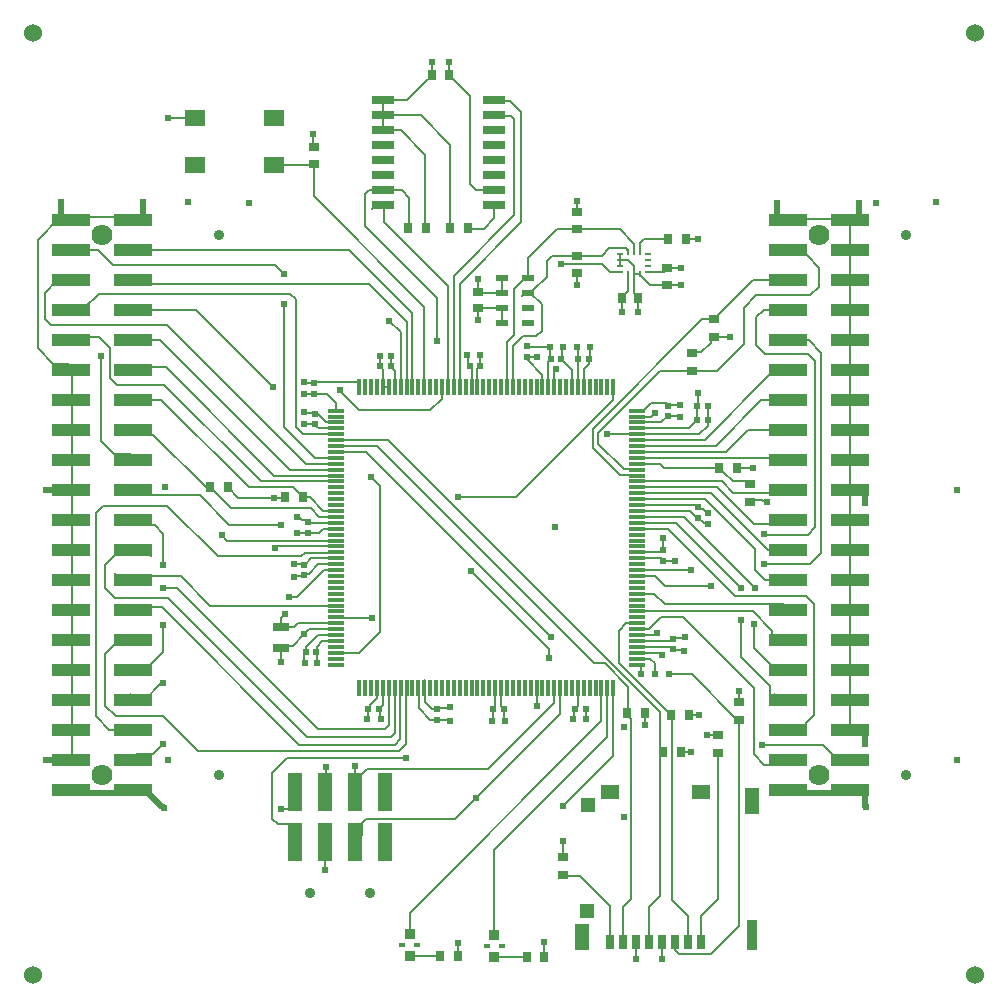
<source format=gtl>
G04*
G04 #@! TF.GenerationSoftware,Altium Limited,Altium Designer,23.11.1 (41)*
G04*
G04 Layer_Physical_Order=1*
G04 Layer_Color=255*
%FSLAX25Y25*%
%MOIN*%
G70*
G04*
G04 #@! TF.SameCoordinates,7B13C31F-70D5-41CF-BA4D-497FEED21CC8*
G04*
G04*
G04 #@! TF.FilePolarity,Positive*
G04*
G01*
G75*
%ADD17R,0.07598X0.02756*%
%ADD18R,0.12500X0.04488*%
G04:AMPARAMS|DCode=19|XSize=21.65mil|YSize=19.68mil|CornerRadius=2.46mil|HoleSize=0mil|Usage=FLASHONLY|Rotation=270.000|XOffset=0mil|YOffset=0mil|HoleType=Round|Shape=RoundedRectangle|*
%AMROUNDEDRECTD19*
21,1,0.02165,0.01476,0,0,270.0*
21,1,0.01673,0.01968,0,0,270.0*
1,1,0.00492,-0.00738,-0.00837*
1,1,0.00492,-0.00738,0.00837*
1,1,0.00492,0.00738,0.00837*
1,1,0.00492,0.00738,-0.00837*
%
%ADD19ROUNDEDRECTD19*%
G04:AMPARAMS|DCode=20|XSize=21.65mil|YSize=19.68mil|CornerRadius=2.46mil|HoleSize=0mil|Usage=FLASHONLY|Rotation=180.000|XOffset=0mil|YOffset=0mil|HoleType=Round|Shape=RoundedRectangle|*
%AMROUNDEDRECTD20*
21,1,0.02165,0.01476,0,0,180.0*
21,1,0.01673,0.01968,0,0,180.0*
1,1,0.00492,-0.00837,0.00738*
1,1,0.00492,0.00837,0.00738*
1,1,0.00492,0.00837,-0.00738*
1,1,0.00492,-0.00837,-0.00738*
%
%ADD20ROUNDEDRECTD20*%
%ADD21R,0.01181X0.05709*%
%ADD22R,0.05709X0.01181*%
%ADD23R,0.02756X0.03543*%
%ADD24R,0.04331X0.02362*%
%ADD25R,0.03543X0.03150*%
%ADD26R,0.03150X0.03543*%
G04:AMPARAMS|DCode=27|XSize=51.18mil|YSize=29.92mil|CornerRadius=3.74mil|HoleSize=0mil|Usage=FLASHONLY|Rotation=180.000|XOffset=0mil|YOffset=0mil|HoleType=Round|Shape=RoundedRectangle|*
%AMROUNDEDRECTD27*
21,1,0.05118,0.02244,0,0,180.0*
21,1,0.04370,0.02992,0,0,180.0*
1,1,0.00748,-0.02185,0.01122*
1,1,0.00748,0.02185,0.01122*
1,1,0.00748,0.02185,-0.01122*
1,1,0.00748,-0.02185,-0.01122*
%
%ADD27ROUNDEDRECTD27*%
%ADD28R,0.05000X0.12520*%
%ADD29R,0.03543X0.02756*%
%ADD30R,0.03150X0.04882*%
%ADD31R,0.00984X0.01870*%
%ADD32R,0.01870X0.00984*%
%ADD33R,0.06693X0.05512*%
%ADD34R,0.03740X0.09843*%
%ADD35R,0.04528X0.08661*%
%ADD36R,0.04567X0.04921*%
%ADD37R,0.04567X0.04724*%
%ADD38R,0.05906X0.04528*%
%ADD39R,0.02559X0.03543*%
%ADD40R,0.02205X0.01575*%
%ADD41R,0.03740X0.03543*%
%ADD71C,0.00600*%
%ADD72C,0.02000*%
%ADD73C,0.07008*%
%ADD74C,0.03504*%
%ADD75C,0.06000*%
%ADD76C,0.02400*%
D17*
X173743Y311500D02*
D03*
Y306500D02*
D03*
Y301500D02*
D03*
Y296500D02*
D03*
Y291500D02*
D03*
Y286500D02*
D03*
Y281500D02*
D03*
Y276500D02*
D03*
X136657D02*
D03*
Y281500D02*
D03*
Y286500D02*
D03*
Y291500D02*
D03*
Y296500D02*
D03*
Y301500D02*
D03*
Y306500D02*
D03*
Y311500D02*
D03*
D18*
X53218Y81800D02*
D03*
X32725D02*
D03*
X53218Y241800D02*
D03*
X32725Y271800D02*
D03*
X53218D02*
D03*
X32725Y261800D02*
D03*
X53218D02*
D03*
X32725Y251800D02*
D03*
X53218D02*
D03*
X32725Y241800D02*
D03*
Y231800D02*
D03*
X53218D02*
D03*
X32725Y221800D02*
D03*
X53218D02*
D03*
X32725Y211800D02*
D03*
X53218D02*
D03*
X32725Y201800D02*
D03*
X53218D02*
D03*
X32725Y191800D02*
D03*
X53218D02*
D03*
X32725Y181800D02*
D03*
X53218D02*
D03*
X32725Y171800D02*
D03*
X53218D02*
D03*
X32725Y161800D02*
D03*
X53218D02*
D03*
X32725Y151800D02*
D03*
X53218D02*
D03*
X32725Y141800D02*
D03*
X53218D02*
D03*
X32725Y131800D02*
D03*
X53218D02*
D03*
X32725Y121800D02*
D03*
X53218D02*
D03*
X32725Y111800D02*
D03*
X53218D02*
D03*
X32725Y101800D02*
D03*
X53218D02*
D03*
X32725Y91800D02*
D03*
X53218D02*
D03*
X292171Y81800D02*
D03*
X271678D02*
D03*
X292171Y91800D02*
D03*
X271678D02*
D03*
X292171Y101800D02*
D03*
X271678D02*
D03*
X292171Y111800D02*
D03*
X271678D02*
D03*
X292171Y121800D02*
D03*
X271678D02*
D03*
X292171Y131800D02*
D03*
X271678D02*
D03*
X292171Y141800D02*
D03*
X271678D02*
D03*
X292171Y151800D02*
D03*
X271678D02*
D03*
X292171Y161800D02*
D03*
X271678D02*
D03*
X292171Y171800D02*
D03*
X271678D02*
D03*
X292171Y181800D02*
D03*
X271678D02*
D03*
X292171Y191800D02*
D03*
X271678D02*
D03*
X292171Y201800D02*
D03*
X271678D02*
D03*
X292171Y211800D02*
D03*
X271678D02*
D03*
X292171Y221800D02*
D03*
X271678D02*
D03*
X292171Y231800D02*
D03*
X271678D02*
D03*
X292171Y241800D02*
D03*
X271678D02*
D03*
X292171Y251800D02*
D03*
Y261800D02*
D03*
X271678D02*
D03*
X292171Y271800D02*
D03*
X271678D02*
D03*
Y251800D02*
D03*
D19*
X110928Y127700D02*
D03*
X114472D02*
D03*
X204192Y108756D02*
D03*
X200648D02*
D03*
X135361Y108600D02*
D03*
X131818D02*
D03*
X173428Y108672D02*
D03*
X176972D02*
D03*
X135728Y222900D02*
D03*
X165573Y223111D02*
D03*
X196041Y225415D02*
D03*
X201809Y225295D02*
D03*
X244966Y209812D02*
D03*
Y205071D02*
D03*
X139272Y222900D02*
D03*
X169116Y223111D02*
D03*
X205352Y225295D02*
D03*
X192498Y225415D02*
D03*
X241423Y209812D02*
D03*
Y205071D02*
D03*
D20*
X154700Y108672D02*
D03*
Y105128D02*
D03*
X230100Y158128D02*
D03*
Y161672D02*
D03*
X110451Y153202D02*
D03*
X111600Y167428D02*
D03*
X113900Y203528D02*
D03*
X113828Y217280D02*
D03*
X233436Y128611D02*
D03*
X241600Y175972D02*
D03*
X184700Y226028D02*
D03*
X231614Y209826D02*
D03*
X113828Y213737D02*
D03*
X113900Y207072D02*
D03*
X111600Y170972D02*
D03*
X110451Y156745D02*
D03*
X184700Y229572D02*
D03*
X231614Y206283D02*
D03*
X233436Y132154D02*
D03*
X241600Y172428D02*
D03*
D21*
X132714Y215898D02*
D03*
X207517Y115702D02*
D03*
X213423Y215898D02*
D03*
X211454D02*
D03*
X209486D02*
D03*
X207517D02*
D03*
X205549D02*
D03*
X203580D02*
D03*
X197675D02*
D03*
X195706D02*
D03*
X193738D02*
D03*
X191769D02*
D03*
X187832D02*
D03*
X185864D02*
D03*
X183895D02*
D03*
X181927D02*
D03*
X179958D02*
D03*
X177990D02*
D03*
X176021D02*
D03*
X174053D02*
D03*
X172084D02*
D03*
X170116D02*
D03*
X168147D02*
D03*
X164210D02*
D03*
X162242D02*
D03*
X160273D02*
D03*
X158305D02*
D03*
X156336D02*
D03*
X154368D02*
D03*
X152399D02*
D03*
X150431D02*
D03*
X148462D02*
D03*
X146494D02*
D03*
X144525D02*
D03*
X142557D02*
D03*
X140588D02*
D03*
X134683D02*
D03*
X130746D02*
D03*
X128777Y115702D02*
D03*
X130746D02*
D03*
X132714D02*
D03*
X136651D02*
D03*
X138620D02*
D03*
X140588D02*
D03*
X142557D02*
D03*
X144525D02*
D03*
X146494D02*
D03*
X150431D02*
D03*
X152399D02*
D03*
X154368D02*
D03*
X156336D02*
D03*
X158305D02*
D03*
X160273D02*
D03*
X162242D02*
D03*
X164210D02*
D03*
X166179D02*
D03*
X168147D02*
D03*
X170116D02*
D03*
X172084D02*
D03*
X174053D02*
D03*
X177990D02*
D03*
X179958D02*
D03*
X181927D02*
D03*
X183895D02*
D03*
X185864D02*
D03*
X187832D02*
D03*
X189801D02*
D03*
X191769D02*
D03*
X193738D02*
D03*
X195706D02*
D03*
X197675D02*
D03*
X199643D02*
D03*
X203580D02*
D03*
X205549D02*
D03*
X209486D02*
D03*
X211454D02*
D03*
X213423D02*
D03*
X176021D02*
D03*
X134683D02*
D03*
X148462D02*
D03*
X128777Y215898D02*
D03*
X136651D02*
D03*
X138620D02*
D03*
X166179D02*
D03*
X201612Y115702D02*
D03*
X189801Y215898D02*
D03*
X199643D02*
D03*
X201612D02*
D03*
D22*
X221198Y186469D02*
D03*
X121002Y208123D02*
D03*
Y206154D02*
D03*
Y204186D02*
D03*
Y200249D02*
D03*
Y198280D02*
D03*
Y196312D02*
D03*
Y194343D02*
D03*
Y192375D02*
D03*
Y190406D02*
D03*
Y188438D02*
D03*
Y186469D02*
D03*
Y184501D02*
D03*
Y182532D02*
D03*
Y180564D02*
D03*
Y178595D02*
D03*
Y176627D02*
D03*
Y174658D02*
D03*
Y172690D02*
D03*
Y170721D02*
D03*
Y166784D02*
D03*
Y164816D02*
D03*
Y162847D02*
D03*
Y160879D02*
D03*
Y158910D02*
D03*
Y154973D02*
D03*
Y153005D02*
D03*
Y151036D02*
D03*
Y149068D02*
D03*
Y147099D02*
D03*
Y145131D02*
D03*
Y143162D02*
D03*
Y141194D02*
D03*
Y137257D02*
D03*
Y133320D02*
D03*
Y129383D02*
D03*
Y125446D02*
D03*
Y123477D02*
D03*
X221198Y125446D02*
D03*
Y133320D02*
D03*
Y135288D02*
D03*
Y137257D02*
D03*
Y139225D02*
D03*
Y141194D02*
D03*
Y143162D02*
D03*
Y145131D02*
D03*
Y147099D02*
D03*
Y149068D02*
D03*
Y151036D02*
D03*
Y153005D02*
D03*
Y154973D02*
D03*
Y156942D02*
D03*
Y158910D02*
D03*
Y162847D02*
D03*
Y164816D02*
D03*
Y166784D02*
D03*
Y168753D02*
D03*
Y170721D02*
D03*
Y172690D02*
D03*
Y174658D02*
D03*
Y178595D02*
D03*
Y180564D02*
D03*
Y182532D02*
D03*
Y184501D02*
D03*
Y188438D02*
D03*
Y190406D02*
D03*
Y192375D02*
D03*
Y194343D02*
D03*
Y196312D02*
D03*
Y198280D02*
D03*
Y202217D02*
D03*
Y204186D02*
D03*
Y131351D02*
D03*
X121002Y127414D02*
D03*
X221198Y200249D02*
D03*
Y123477D02*
D03*
X121002Y139225D02*
D03*
Y131351D02*
D03*
Y156942D02*
D03*
Y135288D02*
D03*
Y202217D02*
D03*
Y168753D02*
D03*
X221198Y129383D02*
D03*
Y176627D02*
D03*
Y208123D02*
D03*
Y206154D02*
D03*
Y160879D02*
D03*
Y127414D02*
D03*
D23*
X218046Y107192D02*
D03*
X223951D02*
D03*
X165053Y268900D02*
D03*
X159147D02*
D03*
X145047Y268900D02*
D03*
X150953D02*
D03*
X104047Y179200D02*
D03*
X84912Y182499D02*
D03*
X235853Y94206D02*
D03*
X238553Y106659D02*
D03*
X237553Y265400D02*
D03*
X109953Y179200D02*
D03*
X248647Y189100D02*
D03*
X254553D02*
D03*
X231647Y265400D02*
D03*
X229947Y94206D02*
D03*
X232647Y106659D02*
D03*
X79006Y182499D02*
D03*
D24*
X184961Y252221D02*
D03*
Y247300D02*
D03*
Y242379D02*
D03*
Y237457D02*
D03*
X176300D02*
D03*
Y242379D02*
D03*
Y247300D02*
D03*
Y252221D02*
D03*
D25*
X168200Y242244D02*
D03*
Y247756D02*
D03*
X231492Y255537D02*
D03*
X113500Y290444D02*
D03*
Y295956D02*
D03*
X231492Y250025D02*
D03*
D26*
X158556Y320000D02*
D03*
X153044D02*
D03*
X216300Y245800D02*
D03*
X221812D02*
D03*
D27*
X102500Y128957D02*
D03*
Y136004D02*
D03*
D28*
X117400Y80896D02*
D03*
X107400Y64400D02*
D03*
Y80896D02*
D03*
X117400Y64400D02*
D03*
X127400D02*
D03*
Y80896D02*
D03*
X137400Y64400D02*
D03*
Y80896D02*
D03*
D29*
X196500Y59306D02*
D03*
X248400Y100012D02*
D03*
X255200Y111053D02*
D03*
X201326Y253906D02*
D03*
X239600Y227353D02*
D03*
X247000Y232647D02*
D03*
X201421Y274453D02*
D03*
X258900Y183553D02*
D03*
Y177647D02*
D03*
X196500Y53400D02*
D03*
X201421Y268547D02*
D03*
X239600Y221447D02*
D03*
X247000Y238553D02*
D03*
X201326Y259812D02*
D03*
X248400Y94106D02*
D03*
X255200Y105147D02*
D03*
D30*
X229680Y30846D02*
D03*
X242672D02*
D03*
X238342D02*
D03*
X234011D02*
D03*
X225350D02*
D03*
X221019D02*
D03*
X216688D02*
D03*
X212357D02*
D03*
D31*
X218408Y253692D02*
D03*
X220377D02*
D03*
X222345D02*
D03*
Y260877D02*
D03*
X220377D02*
D03*
X218408D02*
D03*
D32*
X224953Y254332D02*
D03*
X215800Y260237D02*
D03*
Y258269D02*
D03*
Y256300D02*
D03*
Y254332D02*
D03*
X224953Y256300D02*
D03*
Y258269D02*
D03*
Y260237D02*
D03*
D33*
X74100Y305600D02*
D03*
X100478D02*
D03*
X74100Y289852D02*
D03*
X100478D02*
D03*
D34*
X259779Y33326D02*
D03*
D35*
X203125Y32735D02*
D03*
X259779Y77932D02*
D03*
D36*
X204700Y41200D02*
D03*
D37*
X204917Y76633D02*
D03*
D38*
X212200Y81062D02*
D03*
X242830D02*
D03*
D39*
X155791Y26200D02*
D03*
X161500D02*
D03*
X184646Y25900D02*
D03*
X190354D02*
D03*
D40*
X176379Y29700D02*
D03*
X171221D02*
D03*
X142921Y30000D02*
D03*
X148079D02*
D03*
D41*
X173800Y33440D02*
D03*
Y25960D02*
D03*
X145500Y26260D02*
D03*
Y33740D02*
D03*
D71*
X151572Y318528D02*
X151769D01*
X144544Y311500D02*
X151572Y318528D01*
X136657Y311500D02*
X144544D01*
X151769Y318528D02*
X153044Y319803D01*
Y324174D01*
X216284Y245760D02*
Y245981D01*
X201690Y215977D02*
Y225296D01*
X240673Y176627D02*
X241464Y175836D01*
X150653Y268200D02*
Y293447D01*
X136416Y310517D02*
X136657D01*
X113828Y217800D02*
X128800D01*
X114272Y127500D02*
X114636Y127136D01*
X159831Y318528D02*
X160028D01*
X158556Y319803D02*
Y324174D01*
X165500Y283800D02*
Y313056D01*
X158556Y319803D02*
X159831Y318528D01*
X160028D02*
X165500Y313056D01*
X271678Y272000D02*
X292171D01*
X192272Y229493D02*
X192385Y229380D01*
X168703Y222600D02*
X169172D01*
X113900Y206928D02*
X114872D01*
X29944Y272500D02*
X53419D01*
X32927Y201800D02*
Y222500D01*
X115000Y133300D02*
X121100D01*
X111600Y170721D02*
X121002D01*
X110464Y124136D02*
Y127764D01*
X32927Y151800D02*
Y201800D01*
Y121800D02*
Y151800D01*
Y92500D02*
Y121800D01*
X159147Y268900D02*
Y296653D01*
X149300Y306500D02*
X159147Y296653D01*
X136657Y306500D02*
X149300D01*
X167800Y281500D02*
X173743D01*
X165500Y283800D02*
X167800Y281500D01*
X136657Y301500D02*
X139078D01*
X136657Y310517D02*
Y311500D01*
X75639Y179856D02*
X85495Y170000D01*
X57888Y179856D02*
X75639D01*
X55244Y182500D02*
X57888Y179856D01*
X28921Y272500D02*
X29944D01*
X173428Y108672D02*
X173975Y109218D01*
X173264Y108508D02*
X173428Y108672D01*
X136651Y215898D02*
X138620D01*
X135503Y226307D02*
X135616Y226194D01*
Y223013D02*
X135728Y222900D01*
X135616Y223013D02*
Y226194D01*
X135728Y222801D02*
X136651Y221879D01*
Y215898D02*
Y221879D01*
X131818Y108600D02*
X132374Y109156D01*
X131559Y108341D02*
X131818Y108600D01*
X110451Y153202D02*
X110973Y153724D01*
X110200Y152951D02*
X110451Y153202D01*
X53419Y212500D02*
X54793D01*
X62802Y211800D02*
X92002Y182600D01*
X55493Y211800D02*
X62802D01*
X231679Y206219D02*
X235581D01*
X231614Y206283D02*
X231679Y206219D01*
X235581D02*
X235645Y206154D01*
X231614Y209826D02*
X231690Y209902D01*
X235569D01*
X235645Y209978D01*
X233835Y132463D02*
X236898D01*
X237207Y132771D01*
X233527Y132154D02*
X233835Y132463D01*
X233662Y128385D02*
X236920D01*
X233436Y128611D02*
X233662Y128385D01*
X236920D02*
X237146Y128159D01*
X221198Y127414D02*
X229186D01*
X221181D02*
X221198D01*
X229186D02*
X229800Y126800D01*
X221198Y125446D02*
X225754D01*
X227300Y123900D01*
Y120200D02*
Y123900D01*
X231900Y120200D02*
X239754D01*
X232389Y129295D02*
X232752D01*
X239754Y120200D02*
X254806Y105147D01*
X232302Y129382D02*
X232389Y129295D01*
X232752D02*
X233436Y128611D01*
X230262Y129382D02*
X232302D01*
X221198Y129383D02*
X230262D01*
X230262Y129382D01*
X204192Y108756D02*
X204196Y108752D01*
Y105304D02*
X204200Y105300D01*
X204196Y105304D02*
Y108752D01*
X200374Y105674D02*
Y108482D01*
X200648Y108756D01*
X200100Y105400D02*
X200374Y105674D01*
X176959Y108561D02*
X177136Y108385D01*
Y104962D02*
Y108385D01*
Y104962D02*
X177300Y104798D01*
X173264Y104964D02*
Y108508D01*
X173100Y104800D02*
X173264Y104964D01*
X176972Y108672D02*
Y108770D01*
X154865Y104963D02*
X158735D01*
X158900Y104798D01*
X154700Y105128D02*
X154865Y104963D01*
X154964Y108936D02*
X158636D01*
X154700Y108672D02*
X154964Y108936D01*
X158636D02*
X158900Y109200D01*
X150431Y118178D02*
X150509Y118256D01*
X150431Y115702D02*
Y118178D01*
X135361Y108600D02*
X135631Y108331D01*
Y105469D02*
Y108331D01*
Y105469D02*
X135900Y105200D01*
X131300D02*
X131559Y105459D01*
Y108341D01*
X107128Y156872D02*
X110323D01*
X107000Y157000D02*
X107128Y156872D01*
X110323D02*
X110451Y156745D01*
X107100Y152700D02*
X107351Y152951D01*
X110200D01*
X110644Y207456D02*
X113516D01*
X110300Y207800D02*
X110644Y207456D01*
X113516D02*
X113900Y207072D01*
X205576Y225551D02*
Y229155D01*
X205404Y225379D02*
X205576Y225551D01*
Y229155D02*
X205800Y229379D01*
X201604Y225707D02*
Y229174D01*
Y225707D02*
X201897Y225415D01*
X201400Y229379D02*
X201604Y229174D01*
X164800Y226811D02*
X165144Y226467D01*
Y223539D02*
X165573Y223111D01*
X165144Y223539D02*
Y226467D01*
X169116Y223111D02*
Y226811D01*
X196270Y225644D02*
Y229149D01*
X196500Y229379D01*
X196041Y225415D02*
X196270Y225644D01*
X196041Y225316D02*
Y225415D01*
X192385Y225527D02*
Y229380D01*
X184779Y229493D02*
X192194D01*
X192272Y229415D01*
X192385Y225527D02*
X192498Y225415D01*
X184700Y229572D02*
X184779Y229493D01*
X120924Y204264D02*
X121002Y204186D01*
X110430Y213737D02*
X113828D01*
X118063D01*
X110543Y217393D02*
X113716D01*
X110430Y217506D02*
X110543Y217393D01*
X113716D02*
X113828Y217280D01*
X280600Y169200D02*
Y224500D01*
X263900Y166800D02*
X278200D01*
X280600Y169200D01*
X263800Y156900D02*
X278900D01*
X282600Y160600D02*
Y227400D01*
X278900Y156900D02*
X282600Y160600D01*
X99800Y72100D02*
Y87400D01*
Y72100D02*
X101540Y70360D01*
X99800Y87400D02*
X104600Y92200D01*
X193738Y110638D02*
Y115702D01*
X131400Y88500D02*
X171600D01*
X193738Y110638D01*
X195706Y106906D02*
Y115702D01*
X160800Y72000D02*
X195706Y106906D01*
X127200Y81096D02*
Y89600D01*
X127400Y80896D02*
Y84656D01*
X127110Y84946D02*
X127400Y84656D01*
X125796Y86260D02*
X127110Y84946D01*
X196500Y76300D02*
X196600D01*
X213423Y93123D01*
X130938Y72000D02*
X160800D01*
X213423Y93123D02*
Y115702D01*
X254806Y105147D02*
X255200D01*
X238553Y106659D02*
X242100D01*
X230940Y210500D02*
X231614Y209826D01*
X213345Y215821D02*
X213423Y215898D01*
X161500Y179400D02*
X181000D01*
X213345Y211745D01*
Y215821D01*
X215753Y186547D02*
X218644D01*
X206500Y195800D02*
Y202000D01*
Y195800D02*
X215753Y186547D01*
X216884Y188516D02*
X221120D01*
X208400Y197000D02*
X216884Y188516D01*
X208400Y197000D02*
Y200800D01*
X166000Y154700D02*
X191900Y128800D01*
X121002Y194343D02*
X131157D01*
X192700Y132800D01*
X141900Y94500D02*
X144447Y97047D01*
X75100Y94500D02*
X141900D01*
X144447Y97047D02*
Y115624D01*
X295456Y81800D02*
X297400Y79856D01*
X206500Y202000D02*
X243000Y238500D01*
X208400Y200800D02*
X229047Y221447D01*
X136900Y271000D02*
Y276500D01*
X158305Y215898D02*
Y249595D01*
X136900Y271000D02*
X158305Y249595D01*
X130800Y269600D02*
X154700Y245700D01*
Y231400D02*
Y245700D01*
X130800Y269600D02*
Y280400D01*
X173700Y311400D02*
X173843D01*
X162242Y250442D02*
X182800Y271000D01*
X160287Y215912D02*
Y253087D01*
X180400Y273200D02*
Y305400D01*
X160287Y253087D02*
X180400Y273200D01*
X162242Y215898D02*
Y250442D01*
X184961Y252221D02*
Y258891D01*
X194617Y268547D01*
X180300Y248600D02*
X183700Y252000D01*
X180300Y233242D02*
Y248600D01*
X177990Y230932D02*
X180300Y233242D01*
X177990Y215898D02*
Y230932D01*
X180036Y229509D02*
X183427Y232900D01*
X180036Y215977D02*
Y229509D01*
X183427Y232900D02*
X187700D01*
X192853Y259753D02*
X209553D01*
X184961Y247300D02*
X185946D01*
X183977D02*
X184961D01*
X185946D02*
X186827Y248181D01*
Y248227D02*
X191200Y252600D01*
Y258100D01*
X186827Y248181D02*
Y248227D01*
X185823Y247177D02*
X189500Y243500D01*
Y234700D02*
Y243500D01*
X187700Y232900D02*
X189500Y234700D01*
X179958Y215898D02*
X180036Y215977D01*
X183096Y246396D02*
Y246419D01*
X183977Y247300D01*
X191200Y258100D02*
X192853Y259753D01*
X201421Y268547D02*
X215657D01*
X194617D02*
X201421D01*
X168335Y242379D02*
X176300D01*
X168200Y238300D02*
Y242244D01*
Y247756D02*
X168656Y247300D01*
X168200Y242244D02*
X168335Y242379D01*
X168200Y247756D02*
Y252000D01*
X176300Y237457D02*
Y242379D01*
X168656Y247300D02*
X176300D01*
Y252221D01*
X209810Y256900D02*
X212379Y254332D01*
X196000Y256900D02*
X209810D01*
X145400Y268200D02*
Y279100D01*
X165100Y268800D02*
X170300D01*
X173743Y272243D02*
Y276500D01*
X170300Y268800D02*
X173743Y272243D01*
Y306500D02*
X173835Y306409D01*
X173743Y311500D02*
X173843Y311400D01*
X143000Y281500D02*
X145400Y279100D01*
X136657Y281500D02*
X143000D01*
X140156Y301500D02*
X142600D01*
X150653Y293447D01*
X131900Y281500D02*
X136657D01*
X130800Y280400D02*
X131900Y281500D01*
X136657Y306500D02*
Y310517D01*
X133157Y275422D02*
X134235Y276500D01*
X136657D01*
Y301500D02*
Y306500D01*
X173843Y311400D02*
X179000D01*
X182800Y307600D01*
Y271000D02*
Y307600D01*
X179391Y306409D02*
X180400Y305400D01*
X173835Y306409D02*
X179391D01*
X228972Y190328D02*
X230200Y189100D01*
X221276Y190328D02*
X228972D01*
X230200Y189100D02*
X248647D01*
X138390Y198280D02*
X228979Y107691D01*
Y94206D02*
Y107691D01*
X121002Y198280D02*
X138390D01*
X191900Y125500D02*
Y128800D01*
X211454Y200249D02*
X242149D01*
X121080Y139147D02*
X132853D01*
X121002Y139225D02*
X121080Y139147D01*
X132853D02*
X133000Y139000D01*
X135600Y134400D02*
Y183100D01*
X128614Y127414D02*
X135600Y134400D01*
X132600Y186100D02*
X135600Y183100D01*
X237553Y265400D02*
X241800D01*
X237553Y265400D02*
X237553Y265400D01*
X222345Y263945D02*
X223647Y265247D01*
X222345Y260877D02*
Y263945D01*
X223647Y265247D02*
X231600D01*
X212000Y262200D02*
X217528D01*
X209553Y259753D02*
X212000Y262200D01*
X102500Y128957D02*
X102600Y128857D01*
Y124200D02*
Y128857D01*
X102500Y128957D02*
X103322Y129779D01*
X106579D01*
X110418Y133600D02*
X112106Y135288D01*
X121002D01*
X110400Y133600D02*
X110418D01*
X106579Y129779D02*
X110400Y133600D01*
X225839Y210500D02*
X230940D01*
X223462Y208123D02*
X225839Y210500D01*
X114636Y124264D02*
X114800Y124100D01*
X114636Y124264D02*
Y127136D01*
X108014Y167414D02*
X111586D01*
X114472Y127700D02*
X114531Y127759D01*
Y129331D01*
X110973Y153724D02*
X111924D01*
X111586Y167414D02*
X111600Y167428D01*
X115321D01*
X111924Y153724D02*
X115142Y156942D01*
X117400Y80896D02*
X117500Y80996D01*
Y89400D01*
X132374Y109156D02*
Y110040D01*
X148540Y108987D02*
X152399Y105128D01*
X154700D01*
X176021Y109721D02*
X176972Y108770D01*
X114531Y129331D02*
X116473Y131273D01*
X120173D01*
X120200Y131300D01*
X115142Y156942D02*
X121002D01*
X120924Y131429D02*
X121002Y131351D01*
X132374Y110040D02*
X134633Y112299D01*
Y115652D01*
X148540Y108987D02*
Y115624D01*
X176021Y109721D02*
Y115702D01*
X134633Y115652D02*
X134683Y115702D01*
X148462D02*
X148540Y115624D01*
X88410Y179000D02*
X100231D01*
X103847D01*
X104047Y179200D01*
X84912Y182499D02*
X88410Y179000D01*
X110430Y203528D02*
X113900D01*
X115321Y167428D02*
X116645Y168753D01*
X120989Y202230D02*
X121002Y202217D01*
X116645Y168753D02*
X121002D01*
X113998Y203528D02*
X114683Y202844D01*
X113900Y203528D02*
X113998D01*
X115199Y202230D02*
X120989D01*
X114683Y202746D02*
Y202844D01*
Y202746D02*
X115199Y202230D01*
X165600Y222600D02*
X165907D01*
X166179Y215898D02*
Y222329D01*
X165907Y222600D02*
X166179Y222329D01*
X196500Y59306D02*
Y64800D01*
X200648Y108756D02*
Y108855D01*
X201534Y109740D01*
X229680Y25400D02*
Y30846D01*
X201534Y109740D02*
Y115624D01*
X201612Y115702D01*
X223951Y103300D02*
Y107192D01*
X221198Y206154D02*
X225867D01*
X221198Y160879D02*
X229307D01*
X225867Y206154D02*
X226913Y207200D01*
X221198Y208123D02*
X223462D01*
X226913Y207200D02*
X227400D01*
X235853Y94206D02*
X239400D01*
X244500Y99900D02*
X248288D01*
X248400Y100012D01*
X255200Y111053D02*
Y114600D01*
X255200Y111053D02*
X255200Y111053D01*
X230050Y161722D02*
X230100Y161672D01*
X230050Y161722D02*
Y165650D01*
X229307Y160879D02*
X230100Y161672D01*
X221198Y176627D02*
X240673D01*
X244797Y173982D02*
X245156D01*
X241600Y175972D02*
X242284Y175287D01*
X243492D02*
X244797Y173982D01*
X242284Y175287D02*
X243492D01*
X189801Y215898D02*
Y220077D01*
X184700Y225178D02*
X189801Y220077D01*
X196725Y224632D02*
X196824D01*
X184700Y226028D02*
X188132D01*
X196041Y225316D02*
X196725Y224632D01*
X199643Y215898D02*
Y221812D01*
X201612Y215898D02*
X201690Y215977D01*
X196824Y224632D02*
X199643Y221812D01*
X201421Y250084D02*
Y253811D01*
Y274453D02*
Y278100D01*
X201326Y253906D02*
X201421Y253811D01*
X216300Y241100D02*
Y245800D01*
X239797Y227550D02*
X242750D01*
X239600Y227353D02*
X239797Y227550D01*
X242750D02*
X245921Y230721D01*
Y231569D01*
X246999Y232647D02*
X247000D01*
X245921Y231569D02*
X246999Y232647D01*
X247053Y232700D02*
X252400D01*
X247000Y232647D02*
X247053Y232700D01*
X216284Y245981D02*
X217575Y247272D01*
X217796D02*
X218408Y247884D01*
X217575Y247272D02*
X217796D01*
X218408Y247884D02*
Y253692D01*
X224953Y254332D02*
X230286D01*
X231492Y255537D01*
X231555Y255600D01*
X236000D01*
X108409Y137335D02*
X120924D01*
X107079Y136004D02*
X108409Y137335D01*
X120924D02*
X121002Y137257D01*
X111031Y129331D02*
X115000Y133300D01*
X110928Y127700D02*
X111031Y127803D01*
Y129331D01*
X229418Y204186D02*
X231516Y206283D01*
X221198Y204186D02*
X229418D01*
X244966Y203066D02*
Y205071D01*
Y209812D01*
X242149Y200249D02*
X244966Y203066D01*
X222700Y120200D02*
Y123187D01*
X222410Y123477D02*
X222700Y123187D01*
X221198Y123477D02*
X222410D01*
X56144Y241600D02*
X74400D01*
X55244Y242500D02*
X56144Y241600D01*
X74400D02*
X99900Y216100D01*
X121002Y127414D02*
X128614D01*
X122200Y214700D02*
Y214900D01*
Y214700D02*
X128690Y208210D01*
X152493D01*
X107500Y202800D02*
Y245400D01*
Y202800D02*
X109973Y200327D01*
X105800Y247100D02*
X107500Y245400D01*
X139272Y222801D02*
X140588Y221485D01*
X139272Y222801D02*
Y222900D01*
X140588Y215898D02*
Y221485D01*
X139272Y222900D02*
Y226307D01*
X152493Y208210D02*
X156336Y212053D01*
X121002Y208123D02*
Y210798D01*
X118063Y213737D02*
X121002Y210798D01*
X113890Y192375D02*
X121002D01*
X103600Y202665D02*
X113890Y192375D01*
X103600Y202665D02*
Y243800D01*
X109973Y200327D02*
X121080D01*
X42000Y247100D02*
X105800D01*
X37100Y242200D02*
X42000Y247100D01*
X100500Y256600D02*
X103500Y253600D01*
X46700Y256600D02*
X100500D01*
X26499Y242500D02*
X34752D01*
X117614Y204186D02*
X121002D01*
X114872Y206928D02*
X117614Y204186D01*
X131900Y250300D02*
X144525Y237675D01*
X54717Y250300D02*
X131900D01*
X53218Y251800D02*
X54717Y250300D01*
X41500Y261800D02*
X46700Y256600D01*
X110894Y190406D02*
X121002D01*
X64700Y236600D02*
X110894Y190406D01*
X26000Y236600D02*
X64700D01*
X53218Y231800D02*
X62300D01*
X105662Y188438D01*
X113500Y279500D02*
Y289852D01*
X150431Y215898D02*
Y242569D01*
X113500Y279500D02*
X150431Y242569D01*
X256900Y242300D02*
X261100Y246500D01*
X256900Y230400D02*
Y242300D01*
X247947Y221447D02*
X256900Y230400D01*
X278500Y231500D02*
X282600Y227400D01*
X278200Y226900D02*
X280600Y224500D01*
X288165Y91800D02*
X292171D01*
X283165Y96800D02*
X288165Y91800D01*
X262900Y96800D02*
X283165D01*
X260300Y93600D02*
X263800Y90100D01*
X236581Y139225D02*
X260300Y115506D01*
Y93600D02*
Y115506D01*
X269978Y90100D02*
X271678Y91800D01*
X263800Y90100D02*
X269978D01*
X259630Y178411D02*
X263102D01*
X264013Y177500D01*
X264500D01*
X266436Y180564D02*
X267873Y182000D01*
X271678D01*
X253436Y180564D02*
X266436D01*
X253247Y184500D02*
X257946D01*
X258930Y183517D01*
X250119Y187628D02*
X253247Y184500D01*
X247898Y182532D02*
X260242Y170188D01*
X269866D02*
X271678Y172000D01*
X260242Y170188D02*
X269866D01*
X248647Y188706D02*
Y189100D01*
X249725Y187628D02*
X250119D01*
X248647Y188706D02*
X249725Y187628D01*
X254553Y189100D02*
X259936D01*
X221198Y192375D02*
X271304D01*
X249499Y184501D02*
X253436Y180564D01*
X221812Y245800D02*
Y245997D01*
Y241100D02*
Y245800D01*
X292171Y181800D02*
Y191800D01*
Y171800D02*
Y181800D01*
Y161800D02*
Y171800D01*
X221198Y190406D02*
X221276Y190328D01*
X221198Y184501D02*
X249499D01*
X221198Y182532D02*
X247898D01*
X221198Y180564D02*
X245836D01*
X271178Y161500D02*
X271678Y162000D01*
X245836Y180564D02*
X264880Y161520D01*
X271158D02*
X271178Y161500D01*
X108014Y172768D02*
X108501D01*
X109617Y171651D01*
X110817D01*
Y171656D01*
X111502Y170972D01*
X109448Y159700D02*
X110549Y160801D01*
X81500Y159700D02*
X109448D01*
X64800Y176400D02*
X81500Y159700D01*
X101518Y162847D02*
X121002D01*
X100500Y162316D02*
X100987D01*
X101518Y162847D01*
X84684Y164816D02*
X121002D01*
X82900Y166600D02*
X84684Y164816D01*
X264150Y226900D02*
X278200D01*
X261000Y230050D02*
X264150Y226900D01*
X261000Y230050D02*
Y239300D01*
X217528Y262200D02*
X218408Y261320D01*
X220377Y247432D02*
Y253692D01*
Y247432D02*
X221812Y245997D01*
X244145Y178595D02*
X260600Y162140D01*
Y155000D02*
Y162140D01*
Y155000D02*
X263880Y151720D01*
X260400Y129072D02*
Y136900D01*
Y129072D02*
X267473Y122000D01*
X259858Y141194D02*
X266459Y134593D01*
X268203Y132000D02*
X271678D01*
X221198Y141194D02*
X259858D01*
X267473Y122000D02*
X271678D01*
X266459Y133744D02*
Y134593D01*
Y133744D02*
X268203Y132000D01*
X256000Y126000D02*
Y138400D01*
Y126000D02*
X265728Y116272D01*
X191769Y224686D02*
X192498Y225415D01*
X168147Y215898D02*
Y222044D01*
X168703Y222600D01*
X193738Y215898D02*
Y220836D01*
X194269Y221367D01*
Y221854D01*
X142557Y215898D02*
Y234243D01*
X138800Y238000D02*
X142557Y234243D01*
X271178Y231500D02*
X271678Y232000D01*
X271178Y231500D02*
X278500D01*
X110451Y156745D02*
X110549D01*
X236910Y172690D02*
X260600Y149000D01*
Y149000D02*
Y149000D01*
X105300Y146100D02*
X108104D01*
X116977Y154973D01*
X102500Y136004D02*
X107079D01*
X187832Y109740D02*
Y115702D01*
X173975Y109218D02*
Y115624D01*
X174053Y115702D01*
X219400Y45413D02*
Y105444D01*
X218439Y106405D02*
X219400Y105444D01*
X216688Y42701D02*
X219400Y45413D01*
X218439Y106405D02*
Y115968D01*
X232752Y131470D02*
X233436Y132154D01*
X221198Y131351D02*
X232724D01*
X221198Y133320D02*
X227080D01*
X227612Y133851D01*
X228099D01*
X225476Y135366D02*
X229335Y139225D01*
X221276Y135366D02*
X225476D01*
X229335Y139225D02*
X236581D01*
X221198Y135288D02*
X221276Y135366D01*
X85495Y170000D02*
X102700D01*
X134688Y196312D02*
X207094Y123906D01*
X210502D02*
X218439Y115968D01*
X207094Y123906D02*
X210502D01*
X43400Y176400D02*
X64800D01*
X40900Y173900D02*
X43400Y176400D01*
X215657Y268547D02*
X220377Y263828D01*
X241698Y172428D02*
X243595Y170532D01*
X244783D01*
X245127Y170188D01*
X241600Y172428D02*
X241698D01*
X221198Y174658D02*
X239054D01*
X240916Y173113D02*
X241600Y172428D01*
X240599Y173113D02*
X240916D01*
X239054Y174658D02*
X240599Y173113D01*
X221198Y172690D02*
X236910D01*
X221276Y178595D02*
X244145D01*
X120924Y160801D02*
X121002Y160879D01*
X110549Y160801D02*
X120924D01*
X54793Y212500D02*
X55493Y211800D01*
X254147Y146200D02*
X277811D01*
X280200Y143811D01*
X231594Y168753D02*
X254147Y146200D01*
X152884Y108672D02*
X154700D01*
X150509Y111047D02*
Y115624D01*
Y111047D02*
X152884Y108672D01*
X150431Y115702D02*
X150509Y115624D01*
X212379Y254332D02*
X215800D01*
X220377Y260877D02*
Y263828D01*
X203580Y221854D02*
X205352Y223626D01*
Y225296D01*
X203580Y215898D02*
Y221854D01*
X191769Y215898D02*
Y224686D01*
X121002Y196312D02*
X134688D01*
X53917Y152500D02*
X55244D01*
X47267Y153744D02*
X48512Y152500D01*
X47267Y153744D02*
Y153932D01*
X48512Y152500D02*
X53917D01*
X78938Y143162D02*
X121002D01*
X271178Y251500D02*
X271678Y252000D01*
X243000Y238500D02*
X247000D01*
X113326Y296130D02*
Y300344D01*
Y296130D02*
X113500Y295956D01*
X218408Y260877D02*
Y261320D01*
X160273Y215898D02*
X160287Y215912D01*
X100478Y289852D02*
X113500D01*
Y290444D01*
X271678Y261800D02*
X273622Y259856D01*
X277844D02*
X282000Y255700D01*
Y249400D02*
Y255700D01*
X273622Y259856D02*
X277844D01*
X279100Y246500D02*
X282000Y249400D01*
X261100Y246500D02*
X279100D01*
X239600Y221447D02*
X247947D01*
X247000Y238553D02*
X247394D01*
X248472Y239631D02*
Y240024D01*
X259947Y251500D02*
X271178D01*
X247394Y238553D02*
X248472Y239631D01*
Y240024D02*
X259947Y251500D01*
X229047Y221447D02*
X239600D01*
X261000Y239300D02*
X263500Y241800D01*
X271178D01*
X79006Y182499D02*
X86005Y175500D01*
X77601Y182499D02*
X79006D01*
X109953Y179200D02*
X112359D01*
X106553Y182600D02*
X109953Y179200D01*
X111502Y170972D02*
X111600D01*
X241423Y209812D02*
X241512Y209901D01*
Y214012D01*
X241423Y205071D02*
Y209812D01*
X238668Y202217D02*
X241423Y204973D01*
X221198Y202217D02*
X238668D01*
X241423Y204973D02*
Y205071D01*
X221198Y196312D02*
X247512D01*
X262700Y211500D02*
X271178D01*
X247512Y196312D02*
X262700Y211500D01*
X265410Y219856D02*
X269534D01*
X221198Y198280D02*
X243835D01*
X265410Y219856D01*
X269534D02*
X271678Y222000D01*
X231516Y206283D02*
X231614D01*
X102500Y138837D02*
X104063Y140400D01*
X102500Y136004D02*
Y138837D01*
X116977Y154973D02*
X121002D01*
X69200Y152900D02*
X78938Y143162D01*
X225569Y250025D02*
X231492D01*
X236000D01*
X230593Y149700D02*
X246100D01*
X227288Y153005D02*
X230593Y149700D01*
X234279Y170721D02*
X256000Y149000D01*
X221198Y170721D02*
X234279D01*
X221262Y155037D02*
X239237D01*
X239300Y155100D01*
X221198Y154973D02*
X221262Y155037D01*
X221198Y168753D02*
X231594D01*
X264880Y161520D02*
X271158D01*
X263880Y151720D02*
X270958D01*
X263800Y166900D02*
X263900Y166800D01*
X265728Y112456D02*
Y116272D01*
X280200Y106516D02*
Y143811D01*
X277628Y103944D02*
X280200Y106516D01*
X271678Y102000D02*
X275884D01*
X266184Y101500D02*
X268128Y103444D01*
X268903Y112000D02*
X271678D01*
X277628Y103744D02*
Y103944D01*
X275884Y102000D02*
X277628Y103744D01*
X221198Y153005D02*
X227288D01*
X230002Y158128D02*
X230100D01*
X229220Y158910D02*
X230002Y158128D01*
X221198Y158910D02*
X229220D01*
X230100Y158128D02*
X234000D01*
X271478Y241800D02*
X271678Y242000D01*
X227100Y147099D02*
X230599Y143600D01*
X270078D02*
X271678Y142000D01*
X230599Y143600D02*
X270078D01*
X265728Y112456D02*
X266184Y112000D01*
X221198Y147099D02*
X227100D01*
X271178Y241500D02*
X271478Y241800D01*
X271678D01*
X220377Y253692D02*
X222345D01*
Y253249D02*
Y253692D01*
Y253249D02*
X225569Y250025D01*
X218275Y258269D02*
X220377Y256167D01*
Y253692D02*
Y256167D01*
X215800Y258269D02*
Y260237D01*
Y256300D02*
Y258269D01*
X215719Y260318D02*
X215800Y260237D01*
Y258269D02*
X218275D01*
X220377Y260266D02*
Y260877D01*
X144525Y215898D02*
Y237675D01*
X53218Y261800D02*
X125400D01*
X146494Y240706D01*
Y215898D02*
Y240706D01*
X65025Y305600D02*
X74100D01*
X63400Y156700D02*
Y167100D01*
X60644Y169856D02*
X63400Y167100D01*
X32725Y261800D02*
X41500D01*
X231175Y108131D02*
X231569D01*
X215400Y123906D02*
X231175Y108131D01*
X215400Y123906D02*
Y134773D01*
X232647Y106659D02*
Y107053D01*
X231569Y108131D02*
X232647Y107053D01*
X63056Y116956D02*
X63400Y117300D01*
Y127698D02*
Y136800D01*
X57686Y121985D02*
Y122263D01*
X59167Y123744D01*
X62379Y116956D02*
X63056D01*
X59167Y123744D02*
X59446D01*
X63400Y127698D01*
X42800Y198100D02*
Y226200D01*
X47156Y193744D02*
X52175D01*
X53419Y192500D01*
X42800Y198100D02*
X47156Y193744D01*
X111432Y99468D02*
X139368D01*
X65100Y145800D02*
X111432Y99468D01*
X47300Y145800D02*
X65100D01*
X115039Y101961D02*
X137361D01*
X63400Y149100D02*
X67900D01*
X115039Y101961D01*
X63300Y106300D02*
X75100Y94500D01*
X127200Y81096D02*
X127400Y80896D01*
X104600Y92200D02*
X144447D01*
X138698Y103298D02*
Y115624D01*
X137361Y101961D02*
X138698Y103298D01*
X135361Y108600D02*
Y108698D01*
X108800Y96700D02*
X140621D01*
X63000Y142500D02*
X108800Y96700D01*
X140621D02*
X142479Y98558D01*
X129756Y86856D02*
X131400Y88500D01*
X142479Y98558D02*
Y115624D01*
X105200Y70360D02*
X107400Y68160D01*
X101540Y70360D02*
X105200D01*
X107400Y64400D02*
Y68160D01*
X127400Y64400D02*
Y68160D01*
X129600Y70662D02*
X130938Y72000D01*
X144447Y115624D02*
X144525Y115702D01*
X127400Y64400D02*
X129600Y66600D01*
Y70662D01*
Y86856D02*
X129756D01*
X127400Y84656D02*
X129600Y86856D01*
X135361Y108698D02*
X136651Y109988D01*
Y115702D01*
X139368Y99468D02*
X140510Y100610D01*
Y115624D01*
X138620Y115702D02*
X138698Y115624D01*
X140510D02*
X140588Y115702D01*
X142479Y115624D02*
X142557Y115702D01*
X105200Y75300D02*
X107400Y77500D01*
Y80896D01*
X102500Y75300D02*
X105200D01*
X55162Y169856D02*
X60644D01*
X53218Y171800D02*
X55162Y169856D01*
X54317Y152900D02*
X69200D01*
X53917Y152500D02*
X54317Y152900D01*
X53218Y151800D02*
X53917Y152500D01*
X44000Y149100D02*
X47300Y145800D01*
X232847Y100359D02*
Y106353D01*
X110464Y124136D02*
X110500Y124100D01*
X31683Y223744D02*
X32927Y222500D01*
X21500Y228900D02*
X26656Y223744D01*
X31683D01*
X21500Y228900D02*
Y265079D01*
X23900Y247400D02*
X28100Y251600D01*
X23900Y238700D02*
Y247400D01*
X32725Y251800D02*
X34669Y249856D01*
X23900Y238700D02*
X26000Y236600D01*
X52800Y161700D02*
X57323D01*
X44000Y156700D02*
X49100Y161800D01*
X44000Y149100D02*
Y156700D01*
X47500Y106300D02*
X63300D01*
X44100Y109700D02*
X47500Y106300D01*
X86005Y175500D02*
X112500D01*
X115232Y172768D02*
X120924D01*
X112500Y175500D02*
X115232Y172768D01*
X116823Y174736D02*
X120924D01*
X112359Y179200D02*
X116823Y174736D01*
X92002Y182600D02*
X106553D01*
X57660Y200084D02*
X60016D01*
X55244Y202500D02*
X57660Y200084D01*
X60016D02*
X77601Y182499D01*
X120924Y174736D02*
X121002Y174658D01*
X120924Y172768D02*
X121002Y172690D01*
X57223Y111800D02*
X62379Y116956D01*
X53218Y111800D02*
X57223D01*
X112715Y158910D02*
X121002D01*
X110549Y156745D02*
X112715Y158910D01*
X55244Y142500D02*
X63000D01*
X44100Y127100D02*
X48600Y131600D01*
X44100Y109700D02*
Y127100D01*
X59992Y93592D02*
X63400Y97000D01*
X53419Y92500D02*
X54511Y93592D01*
X59992D01*
X40900Y106200D02*
X45300Y101800D01*
X53218D01*
X40900Y106200D02*
Y173900D01*
X47985Y216700D02*
X63700D01*
X46429Y218256D02*
X47985Y216700D01*
X63700D02*
X95899Y184501D01*
X121002D01*
X64200Y222500D02*
X100231Y186469D01*
X121002D01*
X53419Y222500D02*
X64200D01*
X34669Y249856D02*
X38744D01*
X57323Y161700D02*
X59167Y159856D01*
Y159732D02*
Y159856D01*
X52175Y113744D02*
X53419Y112500D01*
X228979Y46331D02*
Y94206D01*
X218644Y186547D02*
X221198Y186469D01*
X45600Y219085D02*
Y229031D01*
X42131Y232500D02*
X45600Y229031D01*
X105662Y188438D02*
X121002D01*
X187754Y115624D02*
X187832Y115702D01*
X145500Y33740D02*
Y40800D01*
X173800Y32862D02*
Y61600D01*
X211454Y99254D01*
X161500Y26200D02*
Y30800D01*
X211454Y99254D02*
Y115702D01*
X145500Y40800D02*
X209486Y104786D01*
Y115702D01*
X221019Y25400D02*
Y30846D01*
X225350D02*
Y42701D01*
X228979Y46331D01*
X215400Y134773D02*
X217806Y137179D01*
X232847Y97159D02*
Y100359D01*
X248400Y45300D02*
Y93500D01*
X255200Y36400D02*
Y105047D01*
X190354Y25900D02*
Y31100D01*
X173800Y25900D02*
X184646D01*
X216688Y30846D02*
Y42701D01*
X242672Y39572D02*
X248400Y45300D01*
X242672Y30846D02*
Y39572D01*
X232847Y45053D02*
X238342Y39558D01*
Y30846D02*
Y39558D01*
X232847Y45053D02*
Y97159D01*
X245900Y27100D02*
X255200Y36400D01*
X267159Y113744D02*
X268903Y112000D01*
X202200Y53100D02*
X212357Y42943D01*
Y30846D02*
Y42943D01*
X197300Y53100D02*
X202200D01*
X234011Y28289D02*
Y30846D01*
X235200Y27100D02*
X245900D01*
X234011Y28289D02*
X235200Y27100D01*
X21500Y265079D02*
X28921Y272500D01*
X53218Y272701D02*
X53419Y272500D01*
X292171Y271800D02*
Y272000D01*
Y261800D02*
Y271800D01*
Y241800D02*
Y251800D01*
Y231800D02*
Y241800D01*
Y221800D02*
Y231800D01*
Y211800D02*
Y221800D01*
Y251800D02*
Y261800D01*
Y191800D02*
Y201800D01*
Y211800D01*
Y151800D02*
Y161800D01*
Y121800D02*
Y131800D01*
Y111800D02*
Y121800D01*
Y101800D02*
Y111800D01*
Y141800D02*
Y151800D01*
Y131800D02*
Y141800D01*
X117400Y54900D02*
Y64400D01*
X46429Y218256D02*
X46429D01*
X45600Y219085D02*
X46429Y218256D01*
X34752Y232500D02*
X42131D01*
X271304Y192375D02*
X271678Y192000D01*
X258172Y201500D02*
X271178D01*
X271678Y202000D01*
X271178Y211500D02*
X271678Y212000D01*
X221198Y194343D02*
X251016D01*
X258172Y201500D01*
X221121Y137179D02*
X221198Y137257D01*
X217806Y137179D02*
X221121D01*
X221120Y188516D02*
X221198Y188438D01*
X121002Y200249D02*
X121080Y200327D01*
X145480Y26200D02*
X155791D01*
X156336Y212053D02*
Y215898D01*
D72*
X292025Y272483D02*
X294839D01*
X268561Y272383D02*
X271825D01*
X53218Y272701D02*
X56257D01*
X24375Y91667D02*
X32725D01*
X297333Y177175D02*
Y181631D01*
X24375Y181567D02*
X28831D01*
X296225Y101531D02*
X296325D01*
X297300Y100556D01*
Y96900D02*
Y100556D01*
X267900Y273044D02*
Y277200D01*
Y273044D02*
X268561Y272383D01*
X294839Y272483D02*
X295400Y273044D01*
Y277300D01*
X56600Y273044D02*
Y277500D01*
X56257Y272701D02*
X56600Y273044D01*
X29400D02*
X29944Y272500D01*
X29400Y273044D02*
Y277500D01*
X57223Y81800D02*
X63147Y75876D01*
X63524D01*
X63600Y75800D01*
X53218Y81800D02*
X57223D01*
X52118Y80700D02*
X53218Y81800D01*
X297424Y76077D02*
X297500Y76000D01*
X297400Y79856D02*
X297424Y79832D01*
Y76077D02*
Y79832D01*
X291071Y80700D02*
X292171Y81800D01*
X272778Y80700D02*
X291071D01*
X271678Y81800D02*
X272778Y80700D01*
X33825D02*
X52118D01*
X32725Y81800D02*
X33825Y80700D01*
D73*
X42973Y266800D02*
D03*
Y86800D02*
D03*
X281926D02*
D03*
Y266800D02*
D03*
D74*
X81959Y266800D02*
D03*
Y86800D02*
D03*
X311000Y266800D02*
D03*
Y86800D02*
D03*
X112400Y47451D02*
D03*
X132400D02*
D03*
D75*
X20000Y20000D02*
D03*
X334000D02*
D03*
Y334000D02*
D03*
X20000D02*
D03*
D76*
X63900Y182600D02*
D03*
X65078Y91521D02*
D03*
X327922Y91779D02*
D03*
Y181679D02*
D03*
X297333Y177175D02*
D03*
X24375Y181567D02*
D03*
X297300Y96900D02*
D03*
X24375Y91667D02*
D03*
X267900Y277200D02*
D03*
X295400Y277300D02*
D03*
X56600Y277500D02*
D03*
X29400D02*
D03*
X135503Y226307D02*
D03*
X235645Y206154D02*
D03*
Y209978D02*
D03*
X237207Y132771D02*
D03*
X237146Y128159D02*
D03*
X229800Y126800D02*
D03*
X227300Y120200D02*
D03*
X231900D02*
D03*
X204200Y105300D02*
D03*
X200100Y105400D02*
D03*
X177300Y104798D02*
D03*
X173100Y104800D02*
D03*
X158900Y104798D02*
D03*
Y109200D02*
D03*
X135900Y105200D02*
D03*
X131300D02*
D03*
X110500Y124100D02*
D03*
X107000Y157000D02*
D03*
X107100Y152700D02*
D03*
X110300Y207800D02*
D03*
X205800Y229379D02*
D03*
X201400D02*
D03*
X169116Y226811D02*
D03*
X164800D02*
D03*
X196500Y229379D02*
D03*
X192272Y229415D02*
D03*
X110430Y213737D02*
D03*
Y217506D02*
D03*
X196500Y76300D02*
D03*
X167800Y79000D02*
D03*
X242100Y106659D02*
D03*
X252400Y232700D02*
D03*
X194100Y169200D02*
D03*
X166000Y154700D02*
D03*
X63600Y75800D02*
D03*
X297500Y76000D02*
D03*
X168200Y252000D02*
D03*
Y238300D02*
D03*
X196000Y256900D02*
D03*
X153044Y324174D02*
D03*
X158556D02*
D03*
X161500Y179400D02*
D03*
X211454Y200249D02*
D03*
X133000Y139000D02*
D03*
X132600Y186100D02*
D03*
X102600Y124200D02*
D03*
X110400Y133600D02*
D03*
X108014Y167414D02*
D03*
X117500Y89400D02*
D03*
X114800Y124100D02*
D03*
X100231Y179000D02*
D03*
X110430Y203528D02*
D03*
X196500Y64800D02*
D03*
X216900Y72700D02*
D03*
X223951Y103300D02*
D03*
X227400Y207200D02*
D03*
X229680Y25400D02*
D03*
X239400Y94206D02*
D03*
X244500Y99900D02*
D03*
X255200Y114600D02*
D03*
X230050Y165650D02*
D03*
X245156Y173982D02*
D03*
X188132Y226028D02*
D03*
X201421Y250084D02*
D03*
Y278100D02*
D03*
X216300Y241100D02*
D03*
X236000Y255600D02*
D03*
X241800Y265400D02*
D03*
X191900Y125500D02*
D03*
X222700Y120200D02*
D03*
X99900Y216100D02*
D03*
X122200Y214900D02*
D03*
X139272Y226307D02*
D03*
X103600Y243800D02*
D03*
X103500Y253600D02*
D03*
X154700Y231400D02*
D03*
X262900Y96800D02*
D03*
X264500Y177500D02*
D03*
X259936Y189100D02*
D03*
X108014Y172768D02*
D03*
X100500Y162316D02*
D03*
X82900Y166600D02*
D03*
X260400Y136900D02*
D03*
X256000Y138400D02*
D03*
X194269Y221854D02*
D03*
X138800Y238000D02*
D03*
X260600Y149000D02*
D03*
X105300Y146100D02*
D03*
X187832Y109740D02*
D03*
X216900Y102500D02*
D03*
X228099Y133851D02*
D03*
X102700Y170000D02*
D03*
X245127Y170188D02*
D03*
X320900Y277500D02*
D03*
X192700Y132800D02*
D03*
X113326Y300344D02*
D03*
X241512Y214012D02*
D03*
X104063Y140400D02*
D03*
X246100Y149700D02*
D03*
X256000Y149000D02*
D03*
X239300Y155100D02*
D03*
X263800Y156900D02*
D03*
Y166900D02*
D03*
X234000Y158128D02*
D03*
X236000Y250025D02*
D03*
X221812Y241100D02*
D03*
X92000Y277300D02*
D03*
X71800Y277500D02*
D03*
X63400Y156700D02*
D03*
Y117300D02*
D03*
X127200Y89600D02*
D03*
X144447Y92200D02*
D03*
X102500Y75300D02*
D03*
X63400Y149100D02*
D03*
Y136800D02*
D03*
X42800Y226200D02*
D03*
X63400Y97000D02*
D03*
X161500Y30800D02*
D03*
X221019Y25400D02*
D03*
X190354Y31100D02*
D03*
X300900Y277300D02*
D03*
X117400Y54900D02*
D03*
X65025Y305600D02*
D03*
M02*

</source>
